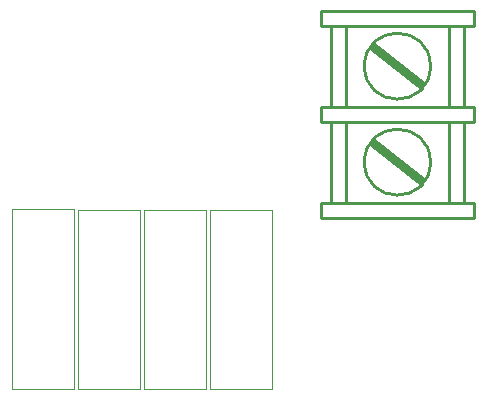
<source format=gbr>
G04 #@! TF.GenerationSoftware,KiCad,Pcbnew,(6.0.5)*
G04 #@! TF.CreationDate,2022-06-02T01:06:31-04:00*
G04 #@! TF.ProjectId,Receiver_Out,52656365-6976-4657-925f-4f75742e6b69,v1*
G04 #@! TF.SameCoordinates,Original*
G04 #@! TF.FileFunction,Other,ECO1*
%FSLAX46Y46*%
G04 Gerber Fmt 4.6, Leading zero omitted, Abs format (unit mm)*
G04 Created by KiCad (PCBNEW (6.0.5)) date 2022-06-02 01:06:31*
%MOMM*%
%LPD*%
G01*
G04 APERTURE LIST*
%ADD10C,0.254000*%
%ADD11C,0.050000*%
G04 APERTURE END LIST*
D10*
X122096039Y-124553800D02*
G75*
G03*
X122096039Y-124553800I-2795039J0D01*
G01*
X116989600Y-123029800D02*
X121358400Y-126458800D01*
X117116600Y-122826600D02*
X121485400Y-126255600D01*
X117269000Y-122623400D02*
X121637800Y-126052400D01*
X117269000Y-130751400D02*
X121637800Y-134180400D01*
X117116600Y-130954600D02*
X121485400Y-134383600D01*
X116989600Y-131157800D02*
X121358400Y-134586800D01*
X122096039Y-132681800D02*
G75*
G03*
X122096039Y-132681800I-2795039J0D01*
G01*
X113636800Y-136110800D02*
X114906800Y-136110800D01*
X113636800Y-129252800D02*
X113636800Y-136110800D01*
X114906800Y-129252800D02*
X113636800Y-129252800D01*
X114906800Y-136110800D02*
X114906800Y-129252800D01*
X114906800Y-127982800D02*
X114906800Y-121124800D01*
X114906800Y-121124800D02*
X113636800Y-121124800D01*
X113636800Y-121124800D02*
X113636800Y-127982800D01*
X113636800Y-127982800D02*
X114906800Y-127982800D01*
X123695200Y-127982800D02*
X124965200Y-127982800D01*
X123695200Y-121124800D02*
X123695200Y-127982800D01*
X124965200Y-121124800D02*
X123695200Y-121124800D01*
X124965200Y-127982800D02*
X124965200Y-121124800D01*
X124965200Y-136110800D02*
X124965200Y-129252800D01*
X124965200Y-129252800D02*
X123695200Y-129252800D01*
X123695200Y-129252800D02*
X123695200Y-136110800D01*
X123695200Y-136110800D02*
X124965200Y-136110800D01*
X125778000Y-129252800D02*
X125778000Y-127982800D01*
X125778000Y-127982800D02*
X112824000Y-127982800D01*
X112824000Y-127982800D02*
X112824000Y-129252800D01*
X112824000Y-129252800D02*
X125778000Y-129252800D01*
X112824000Y-137380800D02*
X125778000Y-137380800D01*
X112824000Y-136110800D02*
X112824000Y-137380800D01*
X125778000Y-136110800D02*
X112824000Y-136110800D01*
X125778000Y-137380800D02*
X125778000Y-136110800D01*
X125778000Y-121124800D02*
X125778000Y-119854800D01*
X125778000Y-119854800D02*
X112824000Y-119854800D01*
X112824000Y-119854800D02*
X112824000Y-121124800D01*
X112824000Y-121124800D02*
X125778000Y-121124800D01*
D11*
X103135000Y-151903600D02*
X97835000Y-151903600D01*
X103135000Y-136703600D02*
X103135000Y-151903600D01*
X97835000Y-136703600D02*
X103135000Y-136703600D01*
X97835000Y-151903600D02*
X97835000Y-136703600D01*
X108723000Y-151903600D02*
X103423000Y-151903600D01*
X108723000Y-136703600D02*
X108723000Y-151903600D01*
X103423000Y-136703600D02*
X108723000Y-136703600D01*
X103423000Y-151903600D02*
X103423000Y-136703600D01*
X97547000Y-151903600D02*
X92247000Y-151903600D01*
X97547000Y-136703600D02*
X97547000Y-151903600D01*
X92247000Y-136703600D02*
X97547000Y-136703600D01*
X92247000Y-151903600D02*
X92247000Y-136703600D01*
X91959000Y-151888600D02*
X86659000Y-151888600D01*
X91959000Y-136688600D02*
X91959000Y-151888600D01*
X86659000Y-136688600D02*
X91959000Y-136688600D01*
X86659000Y-151888600D02*
X86659000Y-136688600D01*
M02*

</source>
